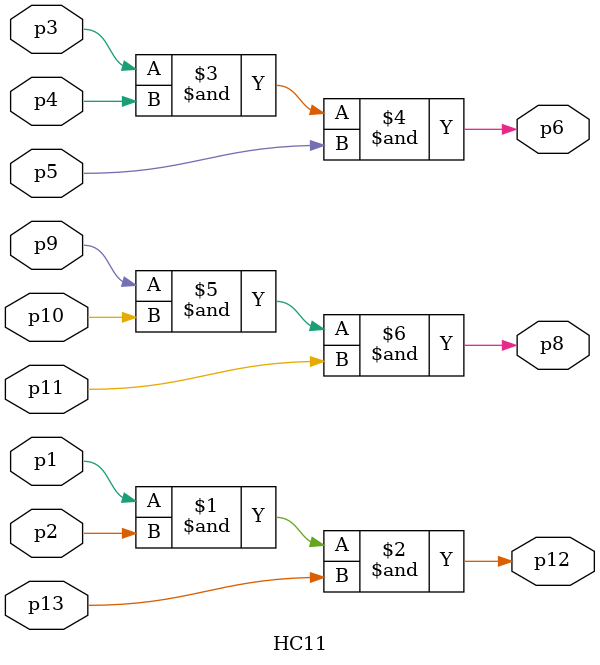
<source format=v>

module HC11(
    input wire p1,p2,p13,
    input wire p3,p4,p5,
    input wire p9,p10,p11,
    output wire p12,p6,p8
);

assign p12=p1 & p2 & p13;
assign p6=p3 & p4 & p5;
assign p8=p9 & p10 & p11;

endmodule
</source>
